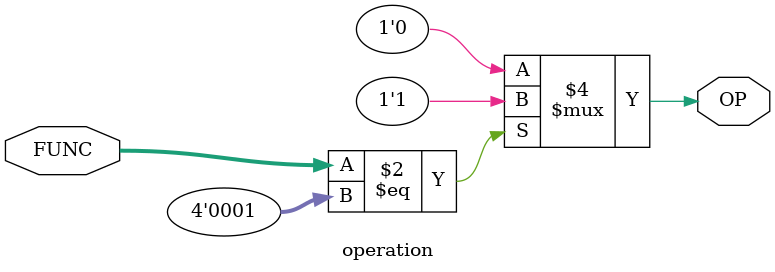
<source format=v>
module operation (
input           wire      [3:0]       FUNC,
output          reg                   OP
);





always@(*)
begin
	if(FUNC == 4'd1)
		begin
			OP = 1'b1;
		end
	else
		begin
			OP = 1'b0;
		end

end












endmodule
</source>
